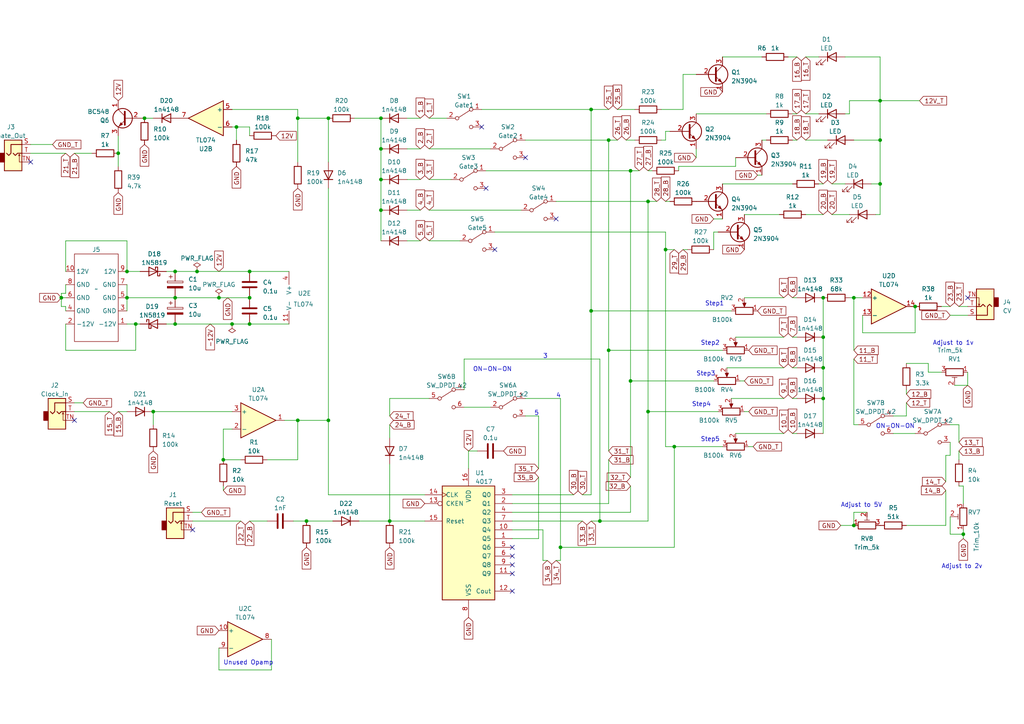
<source format=kicad_sch>
(kicad_sch (version 20230121) (generator eeschema)
  (paper "A4")
  (junction (at 193.04 72.39))
  (junction (at 113.03 151.13))
  (junction (at 67.31 93.98))
  (junction (at 72.39 93.98))
  (junction (at 86.36 34.29))
  (junction (at 39.37 93.98))
  (junction (at 238.76 86.36))
  (junction (at 72.39 86.36))
  (junction (at 72.39 78.74))
  (junction (at 95.25 121.92))
  (junction (at 182.88 110.49))
  (junction (at 265.43 88.9))
  (junction (at 41.91 34.29))
  (junction (at 255.27 29.21))
  (junction (at 173.99 151.13))
  (junction (at 95.25 34.29))
  (junction (at 50.8 78.74))
  (junction (at 34.29 44.45))
  (junction (at 171.45 31.75))
  (junction (at 238.76 115.57))
  (junction (at 162.56 158.75))
  (junction (at 110.49 60.96))
  (junction (at 195.58 129.54))
  (junction (at 238.76 106.68))
  (junction (at 238.76 97.79))
  (junction (at 44.45 119.38))
  (junction (at 50.8 93.98))
  (junction (at 176.53 40.64))
  (junction (at 36.83 86.36))
  (junction (at 255.27 53.34))
  (junction (at 86.36 121.92))
  (junction (at 68.58 36.83))
  (junction (at 279.4 154.94))
  (junction (at 17.78 86.36))
  (junction (at 187.96 58.42))
  (junction (at 110.49 34.29))
  (junction (at 110.49 52.07))
  (junction (at 110.49 43.18))
  (junction (at 176.53 101.6))
  (junction (at 64.77 133.35))
  (junction (at 88.9 151.13))
  (junction (at 50.8 86.36))
  (junction (at 171.45 90.17))
  (junction (at 182.88 49.53))
  (junction (at 187.96 119.38))
  (junction (at 36.83 78.74))
  (junction (at 255.27 40.64))
  (junction (at 247.65 152.4))
  (junction (at 63.5 86.36))
  (junction (at 57.15 78.74))
  (junction (at 247.65 86.36))
  (no_connect (at 280.67 86.36))
  (no_connect (at 148.59 166.37))
  (no_connect (at 8.89 46.99))
  (no_connect (at 21.59 121.92))
  (no_connect (at 143.51 72.39))
  (no_connect (at 148.59 158.75))
  (no_connect (at 55.88 153.67))
  (no_connect (at 148.59 163.83))
  (no_connect (at 152.4 45.72))
  (no_connect (at 148.59 171.45))
  (no_connect (at 140.97 54.61))
  (no_connect (at 139.7 36.83))
  (no_connect (at 161.29 63.5))
  (no_connect (at 148.59 161.29))
  (wire (pts (xy 274.32 132.08) (xy 275.59 132.08)))
  (wire (pts (xy 247.65 86.36) (xy 247.65 101.6)))
  (wire (pts (xy 124.46 60.96) (xy 151.13 60.96)))
  (wire (pts (xy 148.59 146.05) (xy 176.53 146.05)))
  (wire (pts (xy 275.59 128.27) (xy 275.59 132.08)))
  (wire (pts (xy 213.36 48.26) (xy 196.85 48.26)))
  (wire (pts (xy 247.65 123.19) (xy 248.92 123.19)))
  (wire (pts (xy 55.88 148.59) (xy 58.42 148.59)))
  (wire (pts (xy 86.36 31.75) (xy 86.36 34.29)))
  (wire (pts (xy 198.12 31.75) (xy 191.77 31.75)))
  (wire (pts (xy 187.96 119.38) (xy 187.96 151.13)))
  (wire (pts (xy 57.15 78.74) (xy 72.39 78.74)))
  (wire (pts (xy 262.89 113.03) (xy 262.89 114.3)))
  (wire (pts (xy 246.38 29.21) (xy 255.27 29.21)))
  (wire (pts (xy 228.6 16.51) (xy 231.14 16.51)))
  (wire (pts (xy 19.05 78.74) (xy 19.05 69.85)))
  (wire (pts (xy 48.26 78.74) (xy 50.8 78.74)))
  (wire (pts (xy 213.36 125.73) (xy 227.33 125.73)))
  (wire (pts (xy 95.25 121.92) (xy 95.25 143.51)))
  (wire (pts (xy 156.21 120.65) (xy 152.4 120.65)))
  (wire (pts (xy 254 62.23) (xy 255.27 62.23)))
  (wire (pts (xy 187.96 119.38) (xy 208.28 119.38)))
  (wire (pts (xy 162.56 158.75) (xy 195.58 158.75)))
  (wire (pts (xy 209.55 63.5) (xy 207.01 63.5)))
  (wire (pts (xy 171.45 151.13) (xy 173.99 151.13)))
  (wire (pts (xy 194.31 58.42) (xy 193.04 58.42)))
  (wire (pts (xy 176.53 101.6) (xy 176.53 130.81)))
  (wire (pts (xy 168.91 143.51) (xy 171.45 143.51)))
  (wire (pts (xy 72.39 93.98) (xy 83.82 93.98)))
  (wire (pts (xy 278.13 123.19) (xy 278.13 128.27)))
  (wire (pts (xy 36.83 82.55) (xy 36.83 86.36)))
  (wire (pts (xy 173.99 104.14) (xy 173.99 151.13)))
  (wire (pts (xy 102.87 34.29) (xy 110.49 34.29)))
  (wire (pts (xy 156.21 120.65) (xy 156.21 135.89)))
  (wire (pts (xy 124.46 69.85) (xy 133.35 69.85)))
  (wire (pts (xy 280.67 91.44) (xy 275.59 91.44)))
  (wire (pts (xy 213.36 45.72) (xy 213.36 48.26)))
  (wire (pts (xy 195.58 129.54) (xy 193.04 129.54)))
  (wire (pts (xy 50.8 78.74) (xy 57.15 78.74)))
  (wire (pts (xy 118.11 34.29) (xy 121.92 34.29)))
  (wire (pts (xy 220.98 50.8) (xy 219.71 50.8)))
  (wire (pts (xy 40.64 78.74) (xy 36.83 78.74)))
  (wire (pts (xy 17.78 86.36) (xy 17.78 88.9)))
  (wire (pts (xy 247.65 104.14) (xy 247.65 123.19)))
  (wire (pts (xy 17.78 86.36) (xy 19.05 86.36)))
  (wire (pts (xy 124.46 34.29) (xy 129.54 34.29)))
  (wire (pts (xy 217.17 129.54) (xy 218.44 129.54)))
  (wire (pts (xy 274.32 152.4) (xy 262.89 152.4)))
  (wire (pts (xy 193.04 38.1) (xy 194.31 38.1)))
  (wire (pts (xy 19.05 69.85) (xy 36.83 69.85)))
  (wire (pts (xy 195.58 129.54) (xy 209.55 129.54)))
  (wire (pts (xy 247.65 152.4) (xy 247.65 148.59)))
  (wire (pts (xy 181.61 40.64) (xy 184.15 40.64)))
  (wire (pts (xy 182.88 49.53) (xy 185.42 49.53)))
  (wire (pts (xy 134.62 104.14) (xy 173.99 104.14)))
  (wire (pts (xy 44.45 119.38) (xy 44.45 123.19)))
  (wire (pts (xy 124.46 52.07) (xy 130.81 52.07)))
  (wire (pts (xy -33.02 -13.97) (xy -35.56 -13.97)))
  (wire (pts (xy 176.53 40.64) (xy 176.53 101.6)))
  (wire (pts (xy 279.4 154.94) (xy 279.4 153.67)))
  (wire (pts (xy 229.87 97.79) (xy 231.14 97.79)))
  (wire (pts (xy 238.76 106.68) (xy 238.76 115.57)))
  (wire (pts (xy 247.65 148.59) (xy 251.46 148.59)))
  (wire (pts (xy 95.25 34.29) (xy 95.25 46.99)))
  (wire (pts (xy 229.87 115.57) (xy 231.14 115.57)))
  (wire (pts (xy 237.49 53.34) (xy 238.76 53.34)))
  (wire (pts (xy 210.82 106.68) (xy 227.33 106.68)))
  (wire (pts (xy 182.88 110.49) (xy 182.88 138.43)))
  (wire (pts (xy 229.87 33.02) (xy 231.14 33.02)))
  (wire (pts (xy 241.3 62.23) (xy 246.38 62.23)))
  (wire (pts (xy 134.62 118.11) (xy 142.24 118.11)))
  (wire (pts (xy 113.03 134.62) (xy 113.03 151.13)))
  (wire (pts (xy 110.49 52.07) (xy 110.49 60.96)))
  (wire (pts (xy 229.87 125.73) (xy 231.14 125.73)))
  (wire (pts (xy 139.7 31.75) (xy 171.45 31.75)))
  (wire (pts (xy 50.8 93.98) (xy 67.31 93.98)))
  (wire (pts (xy 233.68 16.51) (xy 237.49 16.51)))
  (wire (pts (xy 50.8 86.36) (xy 63.5 86.36)))
  (wire (pts (xy 229.87 40.64) (xy 231.14 40.64)))
  (wire (pts (xy 110.49 43.18) (xy 110.49 52.07)))
  (wire (pts (xy 86.36 34.29) (xy 95.25 34.29)))
  (wire (pts (xy 274.32 132.08) (xy 274.32 139.7)))
  (wire (pts (xy 86.36 121.92) (xy 95.25 121.92)))
  (wire (pts (xy 196.85 48.26) (xy 196.85 49.53)))
  (wire (pts (xy 275.59 123.19) (xy 278.13 123.19)))
  (wire (pts (xy 64.77 124.46) (xy 67.31 124.46)))
  (wire (pts (xy 207.01 67.31) (xy 208.28 67.31)))
  (wire (pts (xy 179.07 31.75) (xy 184.15 31.75)))
  (wire (pts (xy 255.27 40.64) (xy 255.27 53.34)))
  (wire (pts (xy 82.55 121.92) (xy 86.36 121.92)))
  (wire (pts (xy 195.58 129.54) (xy 195.58 158.75)))
  (wire (pts (xy 118.11 60.96) (xy 121.92 60.96)))
  (wire (pts (xy 162.56 115.57) (xy 162.56 158.75)))
  (wire (pts (xy 246.38 29.21) (xy 246.38 33.02)))
  (wire (pts (xy 148.59 148.59) (xy 182.88 148.59)))
  (wire (pts (xy 247.65 86.36) (xy 250.19 86.36)))
  (wire (pts (xy 148.59 156.21) (xy 156.21 156.21)))
  (wire (pts (xy -35.56 -13.97) (xy -35.56 -6.35)))
  (wire (pts (xy 68.58 36.83) (xy 72.39 36.83)))
  (wire (pts (xy 279.4 140.97) (xy 279.4 146.05)))
  (wire (pts (xy 187.96 58.42) (xy 187.96 119.38)))
  (wire (pts (xy 148.59 151.13) (xy 168.91 151.13)))
  (wire (pts (xy 269.24 107.95) (xy 269.24 105.41)))
  (wire (pts (xy 187.96 58.42) (xy 190.5 58.42)))
  (wire (pts (xy 48.26 93.98) (xy 50.8 93.98)))
  (wire (pts (xy 140.97 49.53) (xy 182.88 49.53)))
  (wire (pts (xy 238.76 97.79) (xy 238.76 106.68)))
  (wire (pts (xy 269.24 105.41) (xy 262.89 105.41)))
  (wire (pts (xy 34.29 44.45) (xy 34.29 48.26)))
  (wire (pts (xy 72.39 151.13) (xy 77.47 151.13)))
  (wire (pts (xy 246.38 33.02) (xy 245.11 33.02)))
  (wire (pts (xy 21.59 119.38) (xy 31.75 119.38)))
  (wire (pts (xy 156.21 138.43) (xy 156.21 156.21)))
  (wire (pts (xy 238.76 115.57) (xy 238.76 125.73)))
  (wire (pts (xy 36.83 93.98) (xy 39.37 93.98)))
  (wire (pts (xy 67.31 31.75) (xy 86.36 31.75)))
  (wire (pts (xy 152.4 40.64) (xy 176.53 40.64)))
  (wire (pts (xy 182.88 110.49) (xy 207.01 110.49)))
  (wire (pts (xy 255.27 53.34) (xy 255.27 62.23)))
  (wire (pts (xy 34.29 119.38) (xy 36.83 119.38)))
  (wire (pts (xy 110.49 60.96) (xy 110.49 69.85)))
  (wire (pts (xy 173.99 151.13) (xy 187.96 151.13)))
  (wire (pts (xy 278.13 130.81) (xy 278.13 133.35)))
  (wire (pts (xy 157.48 162.56) (xy 157.48 153.67)))
  (wire (pts (xy 19.05 85.09) (xy 19.05 82.55)))
  (wire (pts (xy 36.83 86.36) (xy 50.8 86.36)))
  (wire (pts (xy 55.88 151.13) (xy 69.85 151.13)))
  (wire (pts (xy 250.19 91.44) (xy 250.19 96.52)))
  (wire (pts (xy 64.77 133.35) (xy 64.77 124.46)))
  (wire (pts (xy 273.05 88.9) (xy 275.59 88.9)))
  (wire (pts (xy 252.73 53.34) (xy 255.27 53.34)))
  (wire (pts (xy 17.78 88.9) (xy 19.05 88.9)))
  (wire (pts (xy 19.05 101.6) (xy 39.37 101.6)))
  (wire (pts (xy 250.19 96.52) (xy 265.43 96.52)))
  (wire (pts (xy 233.68 62.23) (xy 238.76 62.23)))
  (wire (pts (xy 255.27 29.21) (xy 255.27 40.64)))
  (wire (pts (xy -35.56 -6.35) (xy -33.02 -6.35)))
  (wire (pts (xy 222.25 33.02) (xy 201.93 33.02)))
  (wire (pts (xy 265.43 96.52) (xy 265.43 88.9)))
  (wire (pts (xy 161.29 162.56) (xy 162.56 162.56)))
  (wire (pts (xy 113.03 115.57) (xy 124.46 115.57)))
  (wire (pts (xy 247.65 40.64) (xy 255.27 40.64)))
  (wire (pts (xy 135.89 130.81) (xy 135.89 135.89)))
  (wire (pts (xy 63.5 194.31) (xy 78.74 194.31)))
  (wire (pts (xy 275.59 154.94) (xy 279.4 154.94)))
  (wire (pts (xy 215.9 119.38) (xy 217.17 119.38)))
  (wire (pts (xy 162.56 162.56) (xy 162.56 158.75)))
  (wire (pts (xy 39.37 101.6) (xy 39.37 93.98)))
  (wire (pts (xy 193.04 72.39) (xy 193.04 129.54)))
  (wire (pts (xy 243.84 152.4) (xy 247.65 152.4)))
  (wire (pts (xy 182.88 49.53) (xy 182.88 110.49)))
  (wire (pts (xy 36.83 86.36) (xy 36.83 90.17)))
  (wire (pts (xy 209.55 16.51) (xy 220.98 16.51)))
  (wire (pts (xy 193.04 72.39) (xy 195.58 72.39)))
  (wire (pts (xy 113.03 115.57) (xy 113.03 120.65)))
  (wire (pts (xy 245.11 16.51) (xy 255.27 16.51)))
  (wire (pts (xy 113.03 151.13) (xy 123.19 151.13)))
  (wire (pts (xy 220.98 40.64) (xy 222.25 40.64)))
  (wire (pts (xy 72.39 78.74) (xy 83.82 78.74)))
  (wire (pts (xy 85.09 151.13) (xy 88.9 151.13)))
  (wire (pts (xy 118.11 52.07) (xy 121.92 52.07)))
  (wire (pts (xy 262.89 116.84) (xy 262.89 120.65)))
  (wire (pts (xy 157.48 162.56) (xy 158.75 162.56)))
  (wire (pts (xy 68.58 36.83) (xy 68.58 40.64)))
  (wire (pts (xy 19.05 93.98) (xy 19.05 101.6)))
  (wire (pts (xy 19.05 88.9) (xy 19.05 90.17)))
  (wire (pts (xy 64.77 133.35) (xy 69.85 133.35)))
  (wire (pts (xy 275.59 149.86) (xy 275.59 154.94)))
  (wire (pts (xy 279.4 156.21) (xy 279.4 154.94)))
  (wire (pts (xy 193.04 40.64) (xy 191.77 40.64)))
  (wire (pts (xy 198.12 72.39) (xy 199.39 72.39)))
  (wire (pts (xy 86.36 46.99) (xy 86.36 34.29)))
  (wire (pts (xy 118.11 69.85) (xy 121.92 69.85)))
  (wire (pts (xy 63.5 187.96) (xy 63.5 194.31)))
  (wire (pts (xy 21.59 116.84) (xy 24.13 116.84)))
  (wire (pts (xy 152.4 115.57) (xy 162.56 115.57)))
  (wire (pts (xy 212.09 115.57) (xy 227.33 115.57)))
  (wire (pts (xy 259.08 125.73) (xy 265.43 125.73)))
  (wire (pts (xy 67.31 36.83) (xy 68.58 36.83)))
  (wire (pts (xy 148.59 153.67) (xy 157.48 153.67)))
  (wire (pts (xy 67.31 93.98) (xy 72.39 93.98)))
  (wire (pts (xy 171.45 90.17) (xy 171.45 143.51)))
  (wire (pts (xy 233.68 33.02) (xy 237.49 33.02)))
  (wire (pts (xy 255.27 16.51) (xy 255.27 29.21)))
  (wire (pts (xy 124.46 43.18) (xy 142.24 43.18)))
  (wire (pts (xy 246.38 86.36) (xy 247.65 86.36)))
  (wire (pts (xy 21.59 44.45) (xy 26.67 44.45)))
  (wire (pts (xy 193.04 67.31) (xy 193.04 72.39)))
  (wire (pts (xy 78.74 194.31) (xy 78.74 185.42)))
  (wire (pts (xy 176.53 133.35) (xy 176.53 146.05)))
  (wire (pts (xy 148.59 143.51) (xy 166.37 143.51)))
  (wire (pts (xy 44.45 119.38) (xy 67.31 119.38)))
  (wire (pts (xy 207.01 72.39) (xy 207.01 67.31)))
  (wire (pts (xy 215.9 86.36) (xy 227.33 86.36)))
  (wire (pts (xy 229.87 106.68) (xy 231.14 106.68)))
  (wire (pts (xy 135.89 130.81) (xy 138.43 130.81)))
  (wire (pts (xy 161.29 58.42) (xy 187.96 58.42)))
  (wire (pts (xy 241.3 53.34) (xy 245.11 53.34)))
  (wire (pts (xy 17.78 85.09) (xy 17.78 86.36)))
  (wire (pts (xy 104.14 151.13) (xy 113.03 151.13)))
  (wire (pts (xy 176.53 40.64) (xy 179.07 40.64)))
  (wire (pts (xy 64.77 140.97) (xy 64.77 142.24)))
  (wire (pts (xy 171.45 90.17) (xy 212.09 90.17)))
  (wire (pts (xy 118.11 43.18) (xy 121.92 43.18)))
  (wire (pts (xy 209.55 53.34) (xy 229.87 53.34)))
  (wire (pts (xy 213.36 97.79) (xy 227.33 97.79)))
  (wire (pts (xy 143.51 67.31) (xy 193.04 67.31)))
  (wire (pts (xy 280.67 111.76) (xy 280.67 107.95)))
  (wire (pts (xy 110.49 34.29) (xy 110.49 43.18)))
  (wire (pts (xy 229.87 86.36) (xy 231.14 86.36)))
  (wire (pts (xy 214.63 110.49) (xy 215.9 110.49)))
  (wire (pts (xy 171.45 31.75) (xy 176.53 31.75)))
  (wire (pts (xy 95.25 54.61) (xy 95.25 121.92)))
  (wire (pts (xy 88.9 151.13) (xy 96.52 151.13)))
  (wire (pts (xy 274.32 142.24) (xy 274.32 152.4)))
  (wire (pts (xy 233.68 40.64) (xy 240.03 40.64)))
  (wire (pts (xy 201.93 43.18) (xy 201.93 45.72)))
  (wire (pts (xy 123.19 143.51) (xy 95.25 143.51)))
  (wire (pts (xy 215.9 62.23) (xy 226.06 62.23)))
  (wire (pts (xy 134.62 113.03) (xy 134.62 104.14)))
  (wire (pts (xy 36.83 69.85) (xy 36.83 78.74)))
  (wire (pts (xy 63.5 86.36) (xy 72.39 86.36)))
  (wire (pts (xy 72.39 36.83) (xy 72.39 39.37)))
  (wire (pts (xy 41.91 34.29) (xy 44.45 34.29)))
  (wire (pts (xy 8.89 44.45) (xy 19.05 44.45)))
  (wire (pts (xy 255.27 29.21) (xy 266.7 29.21)))
  (wire (pts (xy 198.12 21.59) (xy 198.12 31.75)))
  (wire (pts (xy 86.36 133.35) (xy 86.36 121.92)))
  (wire (pts (xy 176.53 101.6) (xy 209.55 101.6)))
  (wire (pts (xy 193.04 38.1) (xy 193.04 40.64)))
  (wire (pts (xy 279.4 140.97) (xy 278.13 140.97)))
  (wire (pts (xy 259.08 120.65) (xy 262.89 120.65)))
  (wire (pts (xy 269.24 107.95) (xy 273.05 107.95)))
  (wire (pts (xy 17.78 85.09) (xy 19.05 85.09)))
  (wire (pts (xy 113.03 123.19) (xy 113.03 127)))
  (wire (pts (xy 278.13 88.9) (xy 280.67 88.9)))
  (wire (pts (xy 182.88 140.97) (xy 182.88 148.59)))
  (wire (pts (xy 171.45 31.75) (xy 171.45 90.17)))
  (wire (pts (xy 8.89 41.91) (xy 15.24 41.91)))
  (wire (pts (xy 238.76 86.36) (xy 238.76 97.79)))
  (wire (pts (xy 201.93 21.59) (xy 198.12 21.59)))
  (wire (pts (xy 77.47 133.35) (xy 86.36 133.35)))
  (wire (pts (xy 276.86 111.76) (xy 280.67 111.76)))
  (wire (pts (xy 39.37 93.98) (xy 40.64 93.98)))
  (wire (pts (xy 187.96 49.53) (xy 189.23 49.53)))
  (wire (pts (xy 34.29 39.37) (xy 34.29 44.45)))
  (text "Unused Opamp" (at 64.77 193.04 0) (effects (font (size 1.27 1.27)) (justify left bottom)))
  (text "3" (at 157.48 104.14 0) (effects (font (size 1.27 1.27)) (justify left bottom)))
  (text "Adjust to 5V\n" (at 243.84 147.32 0) (effects (font (size 1.27 1.27)) (justify left bottom)))
  (text "Step5" (at 203.2 128.27 0) (effects (font (size 1.27 1.27)) (justify left bottom)))
  (text "ON-ON-ON" (at 254 124.46 0) (effects (font (size 1.27 1.27)) (justify left bottom)))
  (text "Adjust to 2v" (at 273.05 165.1 0) (effects (font (size 1.27 1.27)) (justify left bottom)))
  (text "Step2\n" (at 203.2 100.33 0) (effects (font (size 1.27 1.27)) (justify left bottom)))
  (text "Step1" (at 204.47 88.9 0) (effects (font (size 1.27 1.27)) (justify left bottom)))
  (text "Step3" (at 201.93 109.22 0) (effects (font (size 1.27 1.27)) (justify left bottom)))
  (text "ON-ON-ON" (at 137.16 107.95 0) (effects (font (size 1.27 1.27)) (justify left bottom)))
  (text "5\n" (at 154.94 120.65 0) (effects (font (size 1.27 1.27)) (justify left bottom)))
  (text "Adjust to 1v" (at 270.51 100.33 0) (effects (font (size 1.27 1.27)) (justify left bottom)))
  (text "Step4" (at 200.66 118.11 0) (effects (font (size 1.27 1.27)) (justify left bottom)))
  (text "4" (at 161.29 115.57 0) (effects (font (size 1.27 1.27)) (justify left bottom)))
  (global_label "32_B" (shape input) (at -62.23 100.33 180) (property "Intersheetrefs" "${INTERSHEET_REFS}" (effects hide)))
  (global_label "GND" (shape input) (at 68.58 48.26 270) (property "Intersheetrefs" "${INTERSHEET_REFS}" (effects hide)))
  (global_label "6_B" (shape input) (at 229.87 86.36 90) (property "Intersheetrefs" "${INTERSHEET_REFS}" (effects hide)))
  (global_label "22_T" (shape input) (at 69.85 151.13 270) (property "Intersheetrefs" "${INTERSHEET_REFS}" (effects hide)))
  (global_label "1_T" (shape input) (at 124.46 34.29 90) (property "Intersheetrefs" "${INTERSHEET_REFS}" (effects hide)))
  (global_label "GND" (shape input) (at -60.96 149.86 180) (property "Intersheetrefs" "${INTERSHEET_REFS}" (effects hide)))
  (global_label "12_T" (shape input) (at -81.28 50.8 0) (property "Intersheetrefs" "${INTERSHEET_REFS}" (effects hide)))
  (global_label "GND_T" (shape input) (at 58.42 148.59 0) (property "Intersheetrefs" "${INTERSHEET_REFS}" (effects hide)) (property "Netclass" "GND" (effects hide)))
  (global_label "2_T" (shape input) (at -81.28 36.83 0) (property "Intersheetrefs" "${INTERSHEET_REFS}" (effects hide)))
  (global_label "17_T" (shape input) (at -80.01 134.62 0) (property "Intersheetrefs" "${INTERSHEET_REFS}" (effects hide)))
  (global_label "13_T" (shape input) (at -81.28 53.34 0) (property "Intersheetrefs" "${INTERSHEET_REFS}" (effects hide)))
  (global_label "29_B" (shape input) (at -62.23 107.95 180) (property "Intersheetrefs" "${INTERSHEET_REFS}" (effects hide)))
  (global_label "GND" (shape input) (at -60.96 152.4 180) (property "Intersheetrefs" "${INTERSHEET_REFS}" (effects hide)))
  (global_label "GND_T" (shape input) (at 219.71 90.17 0) (property "Intersheetrefs" "${INTERSHEET_REFS}" (effects hide)))
  (global_label "7_B" (shape input) (at -62.23 24.13 180) (property "Intersheetrefs" "${INTERSHEET_REFS}" (effects hide)))
  (global_label "30_T" (shape input) (at 168.91 143.51 90) (property "Intersheetrefs" "${INTERSHEET_REFS}" (effects hide)))
  (global_label "31_T" (shape input) (at 176.53 130.81 0) (property "Intersheetrefs" "${INTERSHEET_REFS}" (effects hide)))
  (global_label "31_T" (shape input) (at -81.28 97.79 0) (property "Intersheetrefs" "${INTERSHEET_REFS}" (effects hide)))
  (global_label "GND" (shape input) (at -60.96 142.24 180) (property "Intersheetrefs" "${INTERSHEET_REFS}" (effects hide)))
  (global_label "11_T" (shape input) (at -81.28 58.42 0) (property "Intersheetrefs" "${INTERSHEET_REFS}" (effects hide)))
  (global_label "21_T" (shape input) (at 19.05 44.45 270) (property "Intersheetrefs" "${INTERSHEET_REFS}" (effects hide)))
  (global_label "18_T" (shape input) (at 233.68 40.64 90) (property "Intersheetrefs" "${INTERSHEET_REFS}" (effects hide)))
  (global_label "29_T" (shape input) (at -81.28 107.95 0) (property "Intersheetrefs" "${INTERSHEET_REFS}" (effects hide)))
  (global_label "30_B" (shape input) (at 166.37 143.51 90) (property "Intersheetrefs" "${INTERSHEET_REFS}" (effects hide)))
  (global_label "33_T" (shape input) (at 171.45 151.13 270) (property "Intersheetrefs" "${INTERSHEET_REFS}" (effects hide)))
  (global_label "18_B" (shape input) (at 231.14 40.64 90) (property "Intersheetrefs" "${INTERSHEET_REFS}" (effects hide)))
  (global_label "GND" (shape input) (at -60.96 144.78 180) (property "Intersheetrefs" "${INTERSHEET_REFS}" (effects hide)))
  (global_label "14_B" (shape input) (at -62.23 55.88 180) (property "Intersheetrefs" "${INTERSHEET_REFS}" (effects hide)))
  (global_label "GND_T" (shape input) (at -80.01 144.78 0) (property "Intersheetrefs" "${INTERSHEET_REFS}" (effects hide)))
  (global_label "21_B" (shape input) (at -60.96 139.7 180) (property "Intersheetrefs" "${INTERSHEET_REFS}" (effects hide)))
  (global_label "22_T" (shape input) (at -81.28 63.5 0) (property "Intersheetrefs" "${INTERSHEET_REFS}" (effects hide)))
  (global_label "20_T" (shape input) (at 241.3 62.23 90) (property "Intersheetrefs" "${INTERSHEET_REFS}" (effects hide)))
  (global_label "4_T" (shape input) (at 124.46 60.96 90) (property "Intersheetrefs" "${INTERSHEET_REFS}" (effects hide)))
  (global_label "22_B" (shape input) (at 72.39 151.13 270) (property "Intersheetrefs" "${INTERSHEET_REFS}" (effects hide)))
  (global_label "GND_T" (shape input) (at 217.17 101.6 0) (property "Intersheetrefs" "${INTERSHEET_REFS}" (effects hide)))
  (global_label "12V" (shape input) (at 63.5 78.74 90) (property "Intersheetrefs" "${INTERSHEET_REFS}" (effects hide)) (property "Netclass" "Power" (effects hide)))
  (global_label "14_T" (shape input) (at 274.32 139.7 180) (property "Intersheetrefs" "${INTERSHEET_REFS}" (effects hide)))
  (global_label "5_B" (shape input) (at 121.92 69.85 90) (property "Intersheetrefs" "${INTERSHEET_REFS}" (effects hide)))
  (global_label "17_B" (shape input) (at -60.96 134.62 180) (property "Intersheetrefs" "${INTERSHEET_REFS}" (effects hide)))
  (global_label "28_T" (shape input) (at -81.28 73.66 0) (property "Intersheetrefs" "${INTERSHEET_REFS}" (effects hide)))
  (global_label "10_T" (shape input) (at -81.28 16.51 0) (property "Intersheetrefs" "${INTERSHEET_REFS}" (effects hide)))
  (global_label "2_T" (shape input) (at 124.46 43.18 90) (property "Intersheetrefs" "${INTERSHEET_REFS}" (effects hide)))
  (global_label "GND" (shape input) (at 243.84 152.4 180) (property "Intersheetrefs" "${INTERSHEET_REFS}" (effects hide)))
  (global_label "17_B" (shape input) (at 231.14 33.02 90) (property "Intersheetrefs" "${INTERSHEET_REFS}" (effects hide)))
  (global_label "12V_T" (shape input) (at 266.7 29.21 0) (property "Intersheetrefs" "${INTERSHEET_REFS}" (effects hide)))
  (global_label "GND_T" (shape input) (at 24.13 116.84 0) (property "Intersheetrefs" "${INTERSHEET_REFS}" (effects hide)))
  (global_label "GND" (shape input) (at 280.67 111.76 270) (property "Intersheetrefs" "${INTERSHEET_REFS}" (effects hide)))
  (global_label "21_B" (shape input) (at 21.59 44.45 270) (property "Intersheetrefs" "${INTERSHEET_REFS}" (effects hide)))
  (global_label "19_B" (shape input) (at -60.96 129.54 180) (property "Intersheetrefs" "${INTERSHEET_REFS}" (effects hide)))
  (global_label "8_B" (shape input) (at -62.23 21.59 180) (property "Intersheetrefs" "${INTERSHEET_REFS}" (effects hide)))
  (global_label "16_T" (shape input) (at -80.01 137.16 0) (property "Intersheetrefs" "${INTERSHEET_REFS}" (effects hide)))
  (global_label "25_T" (shape input) (at 176.53 31.75 90) (property "Intersheetrefs" "${INTERSHEET_REFS}" (effects hide)))
  (global_label "11_B" (shape input) (at -62.23 58.42 180) (property "Intersheetrefs" "${INTERSHEET_REFS}" (effects hide)))
  (global_label "GND_T" (shape input) (at -80.01 152.4 0) (property "Intersheetrefs" "${INTERSHEET_REFS}" (effects hide)))
  (global_label "13_B" (shape input) (at -62.23 53.34 180) (property "Intersheetrefs" "${INTERSHEET_REFS}" (effects hide)))
  (global_label "33_B" (shape input) (at 168.91 151.13 270) (property "Intersheetrefs" "${INTERSHEET_REFS}" (effects hide)))
  (global_label "32_B" (shape input) (at 182.88 140.97 180) (property "Intersheetrefs" "${INTERSHEET_REFS}" (effects hide)))
  (global_label "GND" (shape input) (at 88.9 158.75 270) (property "Intersheetrefs" "${INTERSHEET_REFS}" (effects hide)))
  (global_label "4_B" (shape input) (at -62.23 31.75 180) (property "Intersheetrefs" "${INTERSHEET_REFS}" (effects hide)))
  (global_label "GND" (shape input) (at 86.36 54.61 270) (property "Intersheetrefs" "${INTERSHEET_REFS}" (effects hide)))
  (global_label "GND" (shape input) (at 123.19 146.05 180) (property "Intersheetrefs" "${INTERSHEET_REFS}" (effects hide)))
  (global_label "8_B" (shape input) (at 229.87 106.68 90) (property "Intersheetrefs" "${INTERSHEET_REFS}" (effects hide)))
  (global_label "31_B" (shape input) (at 176.53 133.35 0) (property "Intersheetrefs" "${INTERSHEET_REFS}" (effects hide)))
  (global_label "8_T" (shape input) (at -81.28 21.59 0) (property "Intersheetrefs" "${INTERSHEET_REFS}" (effects hide)))
  (global_label "GND" (shape input) (at 63.5 182.88 180) (property "Intersheetrefs" "${INTERSHEET_REFS}" (effects hide)))
  (global_label "24_B" (shape input) (at -62.23 87.63 180) (property "Intersheetrefs" "${INTERSHEET_REFS}" (effects hide)))
  (global_label "GND" (shape input) (at 146.05 130.81 0) (property "Intersheetrefs" "${INTERSHEET_REFS}" (effects hide)))
  (global_label "7_B" (shape input) (at 229.87 97.79 90) (property "Intersheetrefs" "${INTERSHEET_REFS}" (effects hide)))
  (global_label "GND" (shape input) (at -60.96 154.94 180) (property "Intersheetrefs" "${INTERSHEET_REFS}" (effects hide)))
  (global_label "33_T" (shape input) (at -81.28 102.87 0) (property "Intersheetrefs" "${INTERSHEET_REFS}" (effects hide)))
  (global_label "23_T" (shape input) (at -81.28 85.09 0) (property "Intersheetrefs" "${INTERSHEET_REFS}" (effects hide)))
  (global_label "6_T" (shape input) (at 227.33 86.36 90) (property "Intersheetrefs" "${INTERSHEET_REFS}" (effects hide)))
  (global_label "32_T" (shape input) (at -81.28 100.33 0) (property "Intersheetrefs" "${INTERSHEET_REFS}" (effects hide)))
  (global_label "9_T" (shape input) (at -81.28 19.05 0) (property "Intersheetrefs" "${INTERSHEET_REFS}" (effects hide)))
  (global_label "20_T" (shape input) (at -80.01 127 0) (property "Intersheetrefs" "${INTERSHEET_REFS}" (effects hide)))
  (global_label "15_T" (shape input) (at -81.28 60.96 0) (property "Intersheetrefs" "${INTERSHEET_REFS}" (effects hide)))
  (global_label "-12V" (shape input) (at 60.96 93.98 270) (property "Intersheetrefs" "${INTERSHEET_REFS}" (effects hide)) (property "Netclass" "Power" (effects hide)))
  (global_label "7_T" (shape input) (at 227.33 97.79 90) (property "Intersheetrefs" "${INTERSHEET_REFS}" (effects hide)))
  (global_label "GND" (shape input) (at 41.91 41.91 270) (property "Intersheetrefs" "${INTERSHEET_REFS}" (effects hide)))
  (global_label "26_B" (shape input) (at 181.61 40.64 90) (property "Intersheetrefs" "${INTERSHEET_REFS}" (effects hide)))
  (global_label "11_T" (shape input) (at 247.65 104.14 0) (property "Intersheetrefs" "${INTERSHEET_REFS}" (effects hide)))
  (global_label "GND_T" (shape input) (at -80.01 149.86 0) (property "Intersheetrefs" "${INTERSHEET_REFS}" (effects hide)))
  (global_label "GND_T" (shape input) (at 217.17 119.38 0) (property "Intersheetrefs" "${INTERSHEET_REFS}" (effects hide)))
  (global_label "1_B" (shape input) (at 121.92 34.29 90) (property "Intersheetrefs" "${INTERSHEET_REFS}" (effects hide)))
  (global_label "34_B" (shape input) (at -62.23 105.41 180) (property "Intersheetrefs" "${INTERSHEET_REFS}" (effects hide)))
  (global_label "GND" (shape input) (at 17.78 86.36 180) (property "Intersheetrefs" "${INTERSHEET_REFS}" (effects hide)) (property "Netclass" "GND" (effects hide)))
  (global_label "21_T" (shape input) (at -80.01 139.7 0) (property "Intersheetrefs" "${INTERSHEET_REFS}" (effects hide)))
  (global_label "4_B" (shape input) (at 121.92 60.96 90) (property "Intersheetrefs" "${INTERSHEET_REFS}" (effects hide)))
  (global_label "GND" (shape input) (at -60.96 147.32 180) (property "Intersheetrefs" "${INTERSHEET_REFS}" (effects hide)))
  (global_label "GND" (shape input) (at 207.01 63.5 180) (property "Intersheetrefs" "${INTERSHEET_REFS}" (effects hide)))
  (global_label "9_B" (shape input) (at 229.87 115.57 90) (property "Intersheetrefs" "${INTERSHEET_REFS}" (effects hide)))
  (global_label "GND_T" (shape input) (at 15.24 41.91 0) (property "Intersheetrefs" "${INTERSHEET_REFS}" (effects hide)))
  (global_label "23_B" (shape input) (at -62.23 85.09 180) (property "Intersheetrefs" "${INTERSHEET_REFS}" (effects hide)))
  (global_label "GND_T" (shape input) (at 275.59 91.44 180) (property "Intersheetrefs" "${INTERSHEET_REFS}" (effects hide)))
  (global_label "19_T" (shape input) (at -80.01 129.54 0) (property "Intersheetrefs" "${INTERSHEET_REFS}" (effects hide)))
  (global_label "8_T" (shape input) (at 227.33 106.68 90) (property "Intersheetrefs" "${INTERSHEET_REFS}" (effects hide)))
  (global_label "27_T" (shape input) (at -81.28 71.12 0) (property "Intersheetrefs" "${INTERSHEET_REFS}" (effects hide)))
  (global_label "13_T" (shape input) (at 278.13 128.27 0) (property "Intersheetrefs" "${INTERSHEET_REFS}" (effects hide)))
  (global_label "18_T" (shape input) (at -80.01 132.08 0) (property "Intersheetrefs" "${INTERSHEET_REFS}" (effects hide)))
  (global_label "30_T" (shape input) (at -81.28 95.25 0) (property "Intersheetrefs" "${INTERSHEET_REFS}" (effects hide)))
  (global_label "14_B" (shape input) (at 274.32 142.24 180) (property "Intersheetrefs" "${INTERSHEET_REFS}" (effects hide)))
  (global_label "35_B" (shape input) (at -62.23 92.71 180) (property "Intersheetrefs" "${INTERSHEET_REFS}" (effects hide)))
  (global_label "GND" (shape input) (at 64.77 142.24 0) (property "Intersheetrefs" "${INTERSHEET_REFS}" (effects hide)))
  (global_label "GND" (shape input) (at 44.45 130.81 270) (property "Intersheetrefs" "${INTERSHEET_REFS}" (effects hide)) (property "Netclass" "GND" (effects hide)))
  (global_label "12V_T" (shape input) (at -81.28 90.17 0) (property "Intersheetrefs" "${INTERSHEET_REFS}" (effects hide)) (property "Netclass" "Power" (effects hide)))
  (global_label "3_B" (shape input) (at -62.23 34.29 180) (property "Intersheetrefs" "${INTERSHEET_REFS}" (effects hide)))
  (global_label "GND" (shape input) (at -60.96 160.02 180) (property "Intersheetrefs" "${INTERSHEET_REFS}" (effects hide)))
  (global_label "GND" (shape input) (at 66.04 86.36 270) (property "Intersheetrefs" "${INTERSHEET_REFS}" (effects hide)))
  (global_label "GND_T" (shape input) (at -80.01 142.24 0) (property "Intersheetrefs" "${INTERSHEET_REFS}" (effects hide)))
  (global_label "GND" (shape input) (at 219.71 50.8 180) (property "Intersheetrefs" "${INTERSHEET_REFS}" (effects hide)))
  (global_label "16_B" (shape input) (at -60.96 137.16 180) (property "Intersheetrefs" "${INTERSHEET_REFS}" (effects hide)))
  (global_label "35_B" (shape input) (at 156.21 138.43 180) (property "Intersheetrefs" "${INTERSHEET_REFS}" (effects hide)))
  (global_label "12V" (shape input) (at 135.89 130.81 90) (property "Intersheetrefs" "${INTERSHEET_REFS}" (effects hide)))
  (global_label "GND" (shape input) (at 113.03 158.75 270) (property "Intersheetrefs" "${INTERSHEET_REFS}" (effects hide)))
  (global_label "GND" (shape input) (at 34.29 55.88 270) (property "Intersheetrefs" "${INTERSHEET_REFS}" (effects hide)))
  (global_label "17_T" (shape input) (at 233.68 33.02 90) (property "Intersheetrefs" "${INTERSHEET_REFS}" (effects hide)))
  (global_label "19_B" (shape input) (at 238.76 53.34 90) (property "Intersheetrefs" "${INTERSHEET_REFS}" (effects hide)))
  (global_label "29_T" (shape input) (at 195.58 72.39 270) (property "Intersheetrefs" "${INTERSHEET_REFS}" (effects hide)))
  (global_label "24_T" (shape input) (at 113.03 120.65 0) (property "Intersheetrefs" "${INTERSHEET_REFS}" (effects hide)))
  (global_label "3_T" (shape input) (at -81.28 34.29 0) (property "Intersheetrefs" "${INTERSHEET_REFS}" (effects hide)))
  (global_label "15_B" (shape input) (at -62.23 60.96 180) (property "Intersheetrefs" "${INTERSHEET_REFS}" (effects hide)))
  (global_label "20_B" (shape input) (at 238.76 62.23 90) (property "Intersheetrefs" "${INTERSHEET_REFS}" (effects hide)))
  (global_label "5_B" (shape input) (at -62.23 29.21 180) (property "Intersheetrefs" "${INTERSHEET_REFS}" (effects hide)))
  (global_label "27_T" (shape input) (at 185.42 49.53 90) (property "Intersheetrefs" "${INTERSHEET_REFS}" (effects hide)))
  (global_label "25_B" (shape input) (at -62.23 68.58 180) (property "Intersheetrefs" "${INTERSHEET_REFS}" (effects hide)))
  (global_label "25_B" (shape input) (at 179.07 31.75 90) (property "Intersheetrefs" "${INTERSHEET_REFS}" (effects hide)))
  (global_label "13_B" (shape input) (at 278.13 130.81 0) (property "Intersheetrefs" "${INTERSHEET_REFS}" (effects hide)))
  (global_label "2_B" (shape input) (at 121.92 43.18 90) (property "Intersheetrefs" "${INTERSHEET_REFS}" (effects hide)))
  (global_label "29_B" (shape input) (at 198.12 72.39 270) (property "Intersheetrefs" "${INTERSHEET_REFS}" (effects hide)))
  (global_label "GND_T" (shape input) (at 218.44 129.54 0) (property "Intersheetrefs" "${INTERSHEET_REFS}" (effects hide)))
  (global_label "3_T" (shape input) (at 124.46 52.07 90) (property "Intersheetrefs" "${INTERSHEET_REFS}" (effects hide)))
  (global_label "GND" (shape input) (at 135.89 179.07 270) (property "Intersheetrefs" "${INTERSHEET_REFS}" (effects hide)))
  (global_label "32_T" (shape input) (at 182.88 138.43 180) (property "Intersheetrefs" "${INTERSHEET_REFS}" (effects hide)))
  (global_label "1_T" (shape input) (at -81.28 39.37 0) (property "Intersheetrefs" "${INTERSHEET_REFS}" (effects hide)))
  (global_label "5_T" (shape input) (at 124.46 69.85 90) (property "Intersheetrefs" "${INTERSHEET_REFS}" (effects hide)))
  (global_label "23_T" (shape input) (at 278.13 88.9 90) (property "Intersheetrefs" "${INTERSHEET_REFS}" (effects hide)))
  (global_label "12_B" (shape input) (at -62.23 50.8 180) (property "Intersheetrefs" "${INTERSHEET_REFS}" (effects hide)))
  (global_label "31_B" (shape input) (at -62.23 97.79 180) (property "Intersheetrefs" "${INTERSHEET_REFS}" (effects hide)))
  (global_label "GND_T" (shape input) (at -80.01 157.48 0) (property "Intersheetrefs" "${INTERSHEET_REFS}" (effects hide)))
  (global_label "34_T" (shape input) (at 161.29 162.56 270) (property "Intersheetrefs" "${INTERSHEET_REFS}" (effects hide)))
  (global_label "16_B" (shape input) (at 231.14 16.51 270) (property "Intersheetrefs" "${INTERSHEET_REFS}" (effects hide)))
  (global_label "34_B" (shape input) (at 158.75 162.56 270) (property "Intersheetrefs" "${INTERSHEET_REFS}" (effects hide)))
  (global_label "18_B" (shape input) (at -60.96 132.08 180) (property "Intersheetrefs" "${INTERSHEET_REFS}" (effects hide)))
  (global_label "14_T" (shape input) (at -81.28 55.88 0) (property "Intersheetrefs" "${INTERSHEET_REFS}" (effects hide)))
  (global_label "GND" (shape input) (at 201.93 45.72 180) (property "Intersheetrefs" "${INTERSHEET_REFS}" (effects hide)))
  (global_label "28_B" (shape input) (at 193.04 58.42 90) (property "Intersheetrefs" "${INTERSHEET_REFS}" (effects hide)))
  (global_label "9_T" (shape input) (at 227.33 115.57 90) (property "Intersheetrefs" "${INTERSHEET_REFS}" (effects hide)))
  (global_label "27_B" (shape input) (at 187.96 49.53 90) (property "Intersheetrefs" "${INTERSHEET_REFS}" (effects hide)))
  (global_label "12V" (shape input) (at 34.29 29.21 90) (property "Intersheetrefs" "${INTERSHEET_REFS}" (effects hide)))
  (global_label "GND" (shape input) (at 215.9 72.39 180) (property "Intersheetrefs" "${INTERSHEET_REFS}" (effects hide)))
  (global_label "GND_T" (shape input) (at -80.01 160.02 0) (property "Intersheetrefs" "${INTERSHEET_REFS}" (effects hide)))
  (global_label "33_B" (shape input) (at -62.23 102.87 180) (property "Intersheetrefs" "${INTERSHEET_REFS}" (effects hide)))
  (global_label "2_B" (shape input) (at -62.23 36.83 180) (property "Intersheetrefs" "${INTERSHEET_REFS}" (effects hide)))
  (global_label "16_T" (shape input) (at 233.68 16.51 270) (property "Intersheetrefs" "${INTERSHEET_REFS}" (effects hide)))
  (global_label "GND" (shape input) (at 279.4 156.21 270) (property "Intersheetrefs" "${INTERSHEET_REFS}" (effects hide)))
  (global_label "15_B" (shape input) (at 34.29 119.38 270) (property "Intersheetrefs" "${INTERSHEET_REFS}" (effects hide)))
  (global_label "30_B" (shape input) (at -62.23 95.25 180) (property "Intersheetrefs" "${INTERSHEET_REFS}" (effects hide)))
  (global_label "4_T" (shape input) (at -81.28 31.75 0) (property "Intersheetrefs" "${INTERSHEET_REFS}" (effects hide)))
  (global_label "11_B" (shape input) (at 247.65 101.6 0) (property "Intersheetrefs" "${INTERSHEET_REFS}" (effects hide)))
  (global_label "23_B" (shape input) (at 275.59 88.9 90) (property "Intersheetrefs" "${INTERSHEET_REFS}" (effects hide)))
  (global_label "10_T" (shape input) (at 227.33 125.73 90) (property "Intersheetrefs" "${INTERSHEET_REFS}" (effects hide)))
  (global_label "26_T" (shape input) (at 179.07 40.64 90) (property "Intersheetrefs" "${INTERSHEET_REFS}" (effects hide)))
  (global_label "12V" (shape input) (at 80.01 39.37 0) (property "Intersheetrefs" "${INTERSHEET_REFS}" (effects hide)))
  (global_label "GND_T" (shape input) (at 215.9 110.49 0) (property "Intersheetrefs" "${INTERSHEET_REFS}" (effects hide)))
  (global_label "19_T" (shape input) (at 241.3 53.34 90) (property "Intersheetrefs" "${INTERSHEET_REFS}" (effects hide)))
  (global_label "35_T" (shape input) (at 156.21 135.89 180) (property "Intersheetrefs" "${INTERSHEET_REFS}" (effects hide)))
  (global_label "15_T" (shape input) (at 31.75 119.38 270) (property "Intersheetrefs" "${INTERSHEET_REFS}" (effects hide)))
  (global_label "34_T" (shape input) (at -81.28 105.41 0) (property "Intersheetrefs" "${INTERSHEET_REFS}" (effects hide)))
  (global_label "5_T" (shape input) (at -81.28 29.21 0) (property "Intersheetrefs" "${INTERSHEET_REFS}" (effects hide)))
  (global_label "27_B" (shape input) (at -62.23 71.12 180) (property "Intersheetrefs" "${INTERSHEET_REFS}" (effects hide)))
  (global_label "6_B" (shape input) (at -62.23 26.67 180) (property "Intersheetrefs" "${INTERSHEET_REFS}" (effects hide)))
  (global_label "24_B" (shape input) (at 113.03 123.19 0) (property "Intersheetrefs" "${INTERSHEET_REFS}" (effects hide)))
  (global_label "3_B" (shape input) (at 121.92 52.07 90) (property "Intersheetrefs" "${INTERSHEET_REFS}" (effects hide)))
  (global_label "12_B" (shape input) (at 262.89 114.3 0) (property "Intersheetrefs" "${INTERSHEET_REFS}" (effects hide)))
  (global_label "25_T" (shape input) (at -81.28 68.58 0) (property "Intersheetrefs" "${INTERSHEET_REFS}" (effects hide)))
  (global_label "9_B" (shape input) (at -62.23 19.05 180) (property "Intersheetrefs" "${INTERSHEET_REFS}" (effects hide)))
  (global_label "GND" (shape input) (at 209.55 26.67 180) (property "Intersheetrefs" "${INTERSHEET_REFS}" (effects hide)))
  (global_label "26_T" (shape input) (at -81.28 66.04 0) (property "Intersheetrefs" "${INTERSHEET_REFS}" (effects hide)))
  (global_label "28_T" (shape input) (at 190.5 58.42 90) (property "Intersheetrefs" "${INTERSHEET_REFS}" (effects hide)))
  (global_label "1_B" (shape input) (at -62.23 39.37 180) (property "Intersheetrefs" "${INTERSHEET_REFS}" (effects hide)))
  (global_label "GND_T" (shape input) (at -80.01 147.32 0) (property "Intersheetrefs" "${INTERSHEET_REFS}" (effects hide)))
  (global_label "6_T" (shape input) (at -81.28 26.67 0) (property "Intersheetrefs" "${INTERSHEET_REFS}" (effects hide)))
  (global_label "12V" (shape input) (at -62.23 90.17 180) (property "Intersheetrefs" "${INTERSHEET_REFS}" (effects hide)))
  (global_label "22_B" (shape input) (at -62.23 63.5 180) (property "Intersheetrefs" "${INTERSHEET_REFS}" (effects hide)))
  (global_label "20_B" (shape input) (at -60.96 127 180) (property "Intersheetrefs" "${INTERSHEET_REFS}" (effects hide)))
  (global_label "7_T" (shape input) (at -81.28 24.13 0) (property "Intersheetrefs" "${INTERSHEET_REFS}" (effects hide)))
  (global_label "28_B" (shape input) (at -62.23 73.66 180) (property "Intersheetrefs" "${INTERSHEET_REFS}" (effects hide)))
  (global_label "10_B" (shape input) (at 229.87 125.73 90) (property "Intersheetrefs" "${INTERSHEET_REFS}" (effects hide)))
  (global_label "GND" (shape input) (at -60.96 157.48 180) (property "Intersheetrefs" "${INTERSHEET_REFS}" (effects hide)))
  (global_label "24_T" (shape input) (at -81.28 87.63 0) (property "Intersheetrefs" "${INTERSHEET_REFS}" (effects hide)))
  (global_label "26_B" (shape input) (at -62.23 66.04 180) (property "Intersheetrefs" "${INTERSHEET_REFS}" (effects hide)))
  (global_label "GND_T" (shape input) (at -80.01 154.94 0) (property "Intersheetrefs" "${INTERSHEET_REFS}" (effects hide)))
  (global_label "10_B" (shape input) (at -62.23 16.51 180) (property "Intersheetrefs" "${INTERSHEET_REFS}" (effects hide)))
  (global_label "35_T" (shape input) (at -81.28 92.71 0) (property "Intersheetrefs" "${INTERSHEET_REFS}" (effects hide)))
  (global_label "12_T" (shape input) (at 262.89 116.84 0) (property "Intersheetrefs" "${INTERSHEET_REFS}" (effects hide)))
  (symbol (lib_id "Device:R") (at -33.02 -10.16 0) (unit 1)
    (property "Reference" "R99" (at -29.21 -10.795 0) (effects (justify left)))
    (property "Value" "0" (at -29.21 -8.255 0) (effects (justify left)))
    (property "Footprint" "Resistor_SMD:R_0201_0603Metric" (effects hide))
  )
  (symbol (lib_id "Transistor_BJT:2N3904") (at 213.36 67.31 0) (unit 1)
    (property "Reference" "Q5" (at 218.44 66.675 0) (effects (justify left)))
    (property "Value" "2N3904" (at 218.44 69.215 0) (effects (justify left)))
    (property "Footprint" "Package_TO_SOT_THT:TO-92_Wide" (effects hide))
    (property "Datasheet" "https://www.onsemi.com/pub/Collateral/2N3903-D.PDF" (effects hide))
  )
  (symbol (lib_id "Device:R") (at 99.06 34.29 90) (unit 1)
    (property "Reference" "R20" (at 99.06 29.21 90))
    (property "Value" "100k" (at 99.06 31.75 90))
    (property "Footprint" "2_BenjiaoFootprints:Resistor_L6.3mm_D2.5mm_P7.62mm_Horizontal" (effects hide))
  )
  (symbol (lib_id "Device:R") (at 233.68 53.34 90) (unit 1)
    (property "Reference" "R11" (at 233.68 48.26 90))
    (property "Value" "1k" (at 233.68 50.8 90))
    (property "Footprint" "2_BenjiaoFootprints:Resistor_L6.3mm_D2.5mm_P7.62mm_Horizontal" (effects hide))
  )
  (symbol (lib_id "Device:R") (at 203.2 72.39 90) (unit 1)
    (property "Reference" "R27" (at 203.2 67.31 90))
    (property "Value" "100k" (at 203.2 69.85 90))
    (property "Footprint" "2_BenjiaoFootprints:Resistor_L6.3mm_D2.5mm_P7.62mm_Horizontal" (effects hide))
  )
  (symbol (lib_id "Device:R") (at 226.06 33.02 90) (unit 1)
    (property "Reference" "R8" (at 226.06 27.94 90))
    (property "Value" "1k" (at 226.06 30.48 90))
    (property "Footprint" "2_BenjiaoFootprints:Resistor_L6.3mm_D2.5mm_P7.62mm_Horizontal" (effects hide))
  )
  (symbol (lib_id "Device:R_Potentiometer_Trim") (at 276.86 107.95 270) (unit 1)
    (property "Reference" "RV1" (at 276.86 104.14 90))
    (property "Value" "Trim_5k" (at 275.59 101.6 90))
    (property "Footprint" "1_SynthFootprints:MultiturnTrimmer" (effects hide))
  )
  (symbol (lib_id "Switch:SW_SPDT") (at 147.32 43.18 0) (unit 1)
    (property "Reference" "SW2" (at 147.32 36.83 0))
    (property "Value" "Gate2" (at 147.32 39.37 0))
    (property "Footprint" "1_SynthFootprints:SPDT_Tayda" (effects hide))
  )
  (symbol (lib_id "Device:D") (at 113.03 130.81 90) (unit 1)
    (property "Reference" "D7" (at 115.57 130.175 90) (effects (justify right)))
    (property "Value" "1n4148" (at 115.57 132.715 90) (effects (justify right)))
    (property "Footprint" "Diode_THT:D_DO-35_SOD27_P7.62mm_Horizontal" (effects hide))
    (property "Sim.Device" "D" (effects hide))
    (property "Sim.Pins" "1=K 2=A" (effects hide))
  )
  (symbol (lib_id "Device:C") (at 81.28 151.13 90) (unit 1)
    (property "Reference" "C2" (at 81.28 144.78 90))
    (property "Value" "1nF" (at 81.28 147.32 90))
    (property "Footprint" "2_BenjiaoFootprints:Capacitor_Disc_D3.8mm_W2.6mm_P2.50mm" (effects hide))
  )
  (symbol (lib_id "Device:LED") (at 250.19 62.23 0) (unit 1)
    (property "Reference" "D5" (at 248.6025 57.15 0))
    (property "Value" "LED" (at 248.6025 59.69 0))
    (property "Footprint" "LED_THT:LED_D3.0mm" (effects hide))
  )
  (symbol (lib_id "Switch:SW_SPDT") (at 156.21 60.96 0) (unit 1)
    (property "Reference" "SW4" (at 156.21 54.61 0))
    (property "Value" "Gate4" (at 156.21 57.15 0))
    (property "Footprint" "1_SynthFootprints:SPDT_Tayda" (effects hide))
  )
  (symbol (lib_id "Amplifier_Operational:TL074") (at 257.81 88.9 0) (unit 4)
    (property "Reference" "U2" (at 257.81 80.01 0))
    (property "Value" "TL074" (at 257.81 82.55 0))
    (property "Footprint" "Package_DIP:DIP-14_W7.62mm_Socket_LongPads" (effects hide))
    (property "Datasheet" "http://www.ti.com/lit/ds/symlink/tl071.pdf" (effects hide))
  )
  (symbol (lib_id "Device:R") (at 187.96 40.64 90) (unit 1)
    (property "Reference" "R24" (at 187.96 35.56 90))
    (property "Value" "100k" (at 187.96 38.1 90))
    (property "Footprint" "2_BenjiaoFootprints:Resistor_L6.3mm_D2.5mm_P7.62mm_Horizontal" (effects hide))
  )
  (symbol (lib_id "Amplifier_Operational:TL074") (at 74.93 121.92 0) (unit 1)
    (property "Reference" "U2" (at 74.93 113.03 0))
    (property "Value" "TL074" (at 74.93 115.57 0))
    (property "Footprint" "Package_DIP:DIP-14_W7.62mm_Socket_LongPads" (effects hide))
    (property "Datasheet" "http://www.ti.com/lit/ds/symlink/tl071.pdf" (effects hide))
  )
  (symbol (lib_id "Device:R") (at 73.66 133.35 90) (unit 1)
    (property "Reference" "R1" (at 73.66 128.27 90))
    (property "Value" "10k" (at 73.66 130.81 90))
    (property "Footprint" "2_BenjiaoFootprints:Resistor_L6.3mm_D2.5mm_P7.62mm_Horizontal" (effects hide))
  )
  (symbol (lib_id "Device:C_Polarized") (at 50.8 90.17 0) (unit 1)
    (property "Reference" "C3" (at 54.61 88.646 0) (effects (justify left)))
    (property "Value" "10u" (at 54.61 91.186 0) (effects (justify left)))
    (property "Footprint" "2_BenjiaoFootprints:Capacitor_Radial_D5.0mm_P2.5mm" (effects hide))
  )
  (symbol (lib_id "Transistor_BJT:2N3904") (at 207.01 21.59 0) (unit 1)
    (property "Reference" "Q1" (at 212.09 20.955 0) (effects (justify left)))
    (property "Value" "2N3904" (at 212.09 23.495 0) (effects (justify left)))
    (property "Footprint" "Package_TO_SOT_THT:TO-92_Wide" (effects hide))
    (property "Datasheet" "https://www.onsemi.com/pub/Collateral/2N3903-D.PDF" (effects hide))
  )
  (symbol (lib_id "power:PWR_FLAG") (at 57.15 78.74 0) (unit 1)
    (property "Reference" "#FLG01" (effects hide))
    (property "Value" "PWR_FLAG" (at 57.15 74.93 0))
  )
  (symbol (lib_id "Device:D") (at 234.95 97.79 180) (unit 1)
    (property "Reference" "D14" (at 234.95 92.71 0))
    (property "Value" "1n4148" (at 234.95 95.25 0))
    (property "Footprint" "Diode_THT:D_DO-35_SOD27_P7.62mm_Horizontal" (effects hide))
    (property "Sim.Device" "D" (effects hide))
    (property "Sim.Pins" "1=K 2=A" (effects hide))
  )
  (symbol (lib_id "Amplifier_Operational:TL074") (at 86.36 86.36 0) (unit 5)
    (property "Reference" "U2" (at 86.36 85.09 0) (effects (justify left)))
    (property "Value" "TL074" (at 85.09 88.265 0) (effects (justify left)))
    (property "Footprint" "Package_DIP:DIP-14_W7.62mm_Socket_LongPads" (effects hide))
    (property "Datasheet" "http://www.ti.com/lit/ds/symlink/tl071.pdf" (effects hide))
  )
  (symbol (lib_id "Device:D") (at 114.3 52.07 0) (unit 1)
    (property "Reference" "D10" (at 114.3 46.99 0))
    (property "Value" "1n4148" (at 114.3 49.53 0))
    (property "Footprint" "Diode_THT:D_DO-35_SOD27_P7.62mm_Horizontal" (effects hide))
    (property "Sim.Device" "D" (effects hide))
    (property "Sim.Pins" "1=K 2=A" (effects hide))
  )
  (symbol (lib_id "Device:R") (at 76.2 39.37 90) (unit 1)
    (property "Reference" "R18" (at 76.2 34.29 90))
    (property "Value" "100k" (at 76.2 36.83 90))
    (property "Footprint" "2_BenjiaoFootprints:Resistor_L6.3mm_D2.5mm_P7.62mm_Horizontal" (effects hide))
  )
  (symbol (lib_id "Connector:Conn_01x14_Socket") (at -55.88 142.24 0) (unit 1)
    (property "Reference" "J13" (at -53.34 142.875 0) (effects (justify left)))
    (property "Value" "Con4_Bottom" (at -53.34 145.415 0) (effects (justify left)))
    (property "Footprint" "Connector_PinHeader_2.54mm:PinHeader_1x14_P2.54mm_Vertical" (effects hide))
  )
  (symbol (lib_id "Device:R") (at 224.79 16.51 90) (unit 1)
    (property "Reference" "R6" (at 220.98 13.97 90))
    (property "Value" "1k" (at 224.79 13.97 90))
    (property "Footprint" "2_BenjiaoFootprints:Resistor_L6.3mm_D2.5mm_P7.62mm_Horizontal" (effects hide))
  )
  (symbol (lib_id "Connector:Conn_01x14_Pin") (at -85.09 142.24 0) (unit 1)
    (property "Reference" "J10" (at -90.17 123.19 0))
    (property "Value" "Con4_Top" (at -91.44 125.73 0))
    (property "Footprint" "Connector_PinHeader_2.54mm:PinHeader_1x14_P2.54mm_Vertical" (effects hide))
  )
  (symbol (lib_id "Device:R_Potentiometer_Trim") (at 251.46 152.4 90) (unit 1)
    (property "Reference" "RV8" (at 251.46 156.21 90))
    (property "Value" "Trim_5k" (at 251.46 158.75 90))
    (property "Footprint" "1_SynthFootprints:MultiturnTrimmer" (effects hide))
  )
  (symbol (lib_id "Diode:1N5819") (at 44.45 93.98 0) (unit 1)
    (property "Reference" "D19" (at 44.1325 88.9 0))
    (property "Value" "1N5819" (at 44.1325 91.44 0))
    (property "Footprint" "Diode_THT:D_DO-41_SOD81_P10.16mm_Horizontal" (effects hide))
    (property "Datasheet" "http://www.vishay.com/docs/88525/1n5817.pdf" (effects hide))
  )
  (symbol (lib_id "Device:R") (at 34.29 52.07 0) (unit 1)
    (property "Reference" "R39" (at 36.83 51.435 0) (effects (justify left)))
    (property "Value" "4.7k" (at 36.83 53.975 0) (effects (justify left)))
    (property "Footprint" "2_BenjiaoFootprints:Resistor_L6.3mm_D2.5mm_P7.62mm_Horizontal" (effects hide))
  )
  (symbol (lib_id "Device:LED") (at 241.3 33.02 0) (unit 1)
    (property "Reference" "D2" (at 239.7125 27.94 0))
    (property "Value" "LED" (at 239.7125 30.48 0))
    (property "Footprint" "LED_THT:LED_D3.0mm" (effects hide))
  )
  (symbol (lib_id "4_SymbolLibrary:10BoxHeader") (at 27.94 86.36 0) (unit 1)
    (property "Reference" "J5" (at 27.94 72.39 0))
    (property "Value" "~" (at 27.94 83.82 0))
    (property "Footprint" "1_SynthFootprints:10BoxHeaderConnector" (effects hide))
  )
  (symbol (lib_id "Device:R") (at 68.58 44.45 0) (unit 1)
    (property "Reference" "R17" (at 71.12 43.815 0) (effects (justify left)))
    (property "Value" "47k" (at 71.12 46.355 0) (effects (justify left)))
    (property "Footprint" "2_BenjiaoFootprints:Resistor_L6.3mm_D2.5mm_P7.62mm_Horizontal" (effects hide))
  )
  (symbol (lib_id "Device:D") (at 114.3 43.18 0) (unit 1)
    (property "Reference" "D9" (at 114.3 38.1 0))
    (property "Value" "1n4148" (at 114.3 40.64 0))
    (property "Footprint" "Diode_THT:D_DO-35_SOD27_P7.62mm_Horizontal" (effects hide))
    (property "Sim.Device" "D" (effects hide))
    (property "Sim.Pins" "1=K 2=A" (effects hide))
  )
  (symbol (lib_id "Connector:Conn_01x10_Pin") (at -86.36 95.25 0) (unit 1)
    (property "Reference" "J9" (at -83.82 78.74 0))
    (property "Value" "Con3_Top" (at -83.82 81.28 0))
    (property "Footprint" "Connector_PinHeader_2.54mm:PinHeader_1x10_P2.54mm_Vertical" (effects hide))
  )
  (symbol (lib_id "Connector_Audio:AudioJack2_SwitchT") (at 16.51 119.38 0) (unit 1)
    (property "Reference" "J2" (at 15.875 111.76 0))
    (property "Value" "Clock_in" (at 15.875 114.3 0))
    (property "Footprint" "2_BenjiaoFootprints:AudioJack_3.5mm" (effects hide))
  )
  (symbol (lib_id "Device:R") (at 30.48 44.45 90) (unit 1)
    (property "Reference" "R7" (at 30.48 39.37 90))
    (property "Value" "1k" (at 30.48 41.91 90))
    (property "Footprint" "2_BenjiaoFootprints:Resistor_L6.3mm_D2.5mm_P7.62mm_Horizontal" (effects hide))
  )
  (symbol (lib_id "Device:D") (at 114.3 34.29 0) (unit 1)
    (property "Reference" "D8" (at 114.3 29.21 0))
    (property "Value" "1n4148" (at 114.3 31.75 0))
    (property "Footprint" "Diode_THT:D_DO-35_SOD27_P7.62mm_Horizontal" (effects hide))
    (property "Sim.Device" "D" (effects hide))
    (property "Sim.Pins" "1=K 2=A" (effects hide))
  )
  (symbol (lib_id "Device:R_Potentiometer") (at 213.36 129.54 270) (mirror x) (unit 1)
    (property "Reference" "RV6" (at 213.36 132.08 90))
    (property "Value" "B100k" (at 207.01 132.08 90))
    (property "Footprint" "2_BenjiaoFootprints:Potentiometer_RV09" (effects hide))
  )
  (symbol (lib_id "Switch:SW_SPDT") (at 134.62 34.29 0) (unit 1)
    (property "Reference" "SW1" (at 134.62 27.94 0))
    (property "Value" "Gate1" (at 134.62 30.48 0))
    (property "Footprint" "1_SynthFootprints:SPDT_Tayda" (effects hide))
  )
  (symbol (lib_id "Device:R_Potentiometer") (at 215.9 90.17 270) (mirror x) (unit 1)
    (property "Reference" "RV2" (at 210.82 86.36 90))
    (property "Value" "B100k" (at 209.55 92.71 90))
    (property "Footprint" "2_BenjiaoFootprints:Potentiometer_RV09" (effects hide))
  )
  (symbol (lib_id "Device:D") (at 234.95 125.73 180) (unit 1)
    (property "Reference" "D17" (at 234.95 120.65 0))
    (property "Value" "1n4148" (at 234.95 123.19 0))
    (property "Footprint" "Diode_THT:D_DO-35_SOD27_P7.62mm_Horizontal" (effects hide))
    (property "Sim.Device" "D" (effects hide))
    (property "Sim.Pins" "1=K 2=A" (effects hide))
  )
  (symbol (lib_id "Device:D") (at 100.33 151.13 180) (unit 1)
    (property "Reference" "D22" (at 100.33 146.05 0))
    (property "Value" "1n4148" (at 100.33 148.59 0))
    (property "Footprint" "Diode_THT:D_DO-35_SOD27_P7.62mm_Horizontal" (effects hide))
    (property "Sim.Device" "D" (effects hide))
    (property "Sim.Pins" "1=K 2=A" (effects hide))
  )
  (symbol (lib_id "Device:D") (at 114.3 69.85 0) (unit 1)
    (property "Reference" "D12" (at 114.3 64.77 0))
    (property "Value" "1n4148" (at 114.3 67.31 0))
    (property "Footprint" "Diode_THT:D_DO-35_SOD27_P7.62mm_Horizontal" (effects hide))
    (property "Sim.Device" "D" (effects hide))
    (property "Sim.Pins" "1=K 2=A" (effects hide))
  )
  (symbol (lib_id "Device:D") (at 234.95 106.68 180) (unit 1)
    (property "Reference" "D15" (at 234.95 101.6 0))
    (property "Value" "1n4148" (at 234.95 104.14 0))
    (property "Footprint" "Diode_THT:D_DO-35_SOD27_P7.62mm_Horizontal" (effects hide))
    (property "Sim.Device" "D" (effects hide))
    (property "Sim.Pins" "1=K 2=A" (effects hide))
  )
  (symbol (lib_id "Switch:SW_SPDT") (at 138.43 69.85 0) (unit 1)
    (property "Reference" "SW5" (at 138.43 63.5 0))
    (property "Value" "Gate5" (at 138.43 66.04 0))
    (property "Footprint" "1_SynthFootprints:SPDT_Tayda" (effects hide))
  )
  (symbol (lib_id "Device:R_Potentiometer") (at 210.82 110.49 270) (mirror x) (unit 1)
    (property "Reference" "RV4" (at 210.82 113.03 90))
    (property "Value" "B100k" (at 204.47 113.03 90))
    (property "Footprint" "2_BenjiaoFootprints:Potentiometer_RV09" (effects hide))
  )
  (symbol (lib_id "Switch:SW_SPDT") (at 135.89 52.07 0) (unit 1)
    (property "Reference" "SW3" (at 135.89 45.72 0))
    (property "Value" "Gate3" (at 135.89 48.26 0))
    (property "Footprint" "1_SynthFootprints:SPDT_Tayda" (effects hide))
  )
  (symbol (lib_id "Device:D") (at 114.3 60.96 0) (unit 1)
    (property "Reference" "D11" (at 114.3 55.88 0))
    (property "Value" "1n4148" (at 114.3 58.42 0))
    (property "Footprint" "Diode_THT:D_DO-35_SOD27_P7.62mm_Horizontal" (effects hide))
    (property "Sim.Device" "D" (effects hide))
    (property "Sim.Pins" "1=K 2=A" (effects hide))
  )
  (symbol (lib_id "Device:D") (at 48.26 34.29 0) (unit 1)
    (property "Reference" "D20" (at 48.26 29.21 0))
    (property "Value" "1n4148" (at 48.26 31.75 0))
    (property "Footprint" "Diode_THT:D_DO-35_SOD27_P7.62mm_Horizontal" (effects hide))
    (property "Sim.Device" "D" (effects hide))
    (property "Sim.Pins" "1=K 2=A" (effects hide))
  )
  (symbol (lib_id "Connector:Conn_01x10_Socket") (at -57.15 60.96 0) (unit 1)
    (property "Reference" "J11" (at -54.61 61.595 0) (effects (justify left)))
    (property "Value" "Con2_Bottom" (at -54.61 64.135 0) (effects (justify left)))
    (property "Footprint" "Connector_PinHeader_2.54mm:PinHeader_1x10_P2.54mm_Vertical" (effects hide))
  )
  (symbol (lib_id "Device:R") (at 64.77 137.16 0) (unit 1)
    (property "Reference" "R2" (at 67.31 136.525 0) (effects (justify left)))
    (property "Value" "10k" (at 67.31 139.065 0) (effects (justify left)))
    (property "Footprint" "2_BenjiaoFootprints:Resistor_L6.3mm_D2.5mm_P7.62mm_Horizontal" (effects hide))
  )
  (symbol (lib_id "Device:LED") (at 241.3 16.51 0) (unit 1)
    (property "Reference" "D1" (at 239.7125 11.43 0))
    (property "Value" "LED" (at 239.7125 13.97 0))
    (property "Footprint" "LED_THT:LED_D3.0mm" (effects hide))
  )
  (symbol (lib_id "Device:C") (at 142.24 130.81 90) (unit 1)
    (property "Reference" "C7" (at 142.24 124.46 90))
    (property "Value" "0.1u" (at 142.24 127 90))
    (property "Footprint" "2_BenjiaoFootprints:Capacitor_Disc_D3.8mm_W2.6mm_P2.50mm" (effects hide))
  )
  (symbol (lib_id "Device:D") (at 234.95 115.57 180) (unit 1)
    (property "Reference" "D16" (at 234.95 110.49 0))
    (property "Value" "1n4148" (at 234.95 113.03 0))
    (property "Footprint" "Diode_THT:D_DO-35_SOD27_P7.62mm_Horizontal" (effects hide))
    (property "Sim.Device" "D" (effects hide))
    (property "Sim.Pins" "1=K 2=A" (effects hide))
  )
  (symbol (lib_id "Device:R") (at 86.36 50.8 0) (unit 1)
    (property "Reference" "R19" (at 88.9 50.165 0) (effects (justify left)))
    (property "Value" "100k" (at 88.9 52.705 0) (effects (justify left)))
    (property "Footprint" "2_BenjiaoFootprints:Resistor_L6.3mm_D2.5mm_P7.62mm_Horizontal" (effects hide))
  )
  (symbol (lib_id "Diode:1N5819") (at 44.45 78.74 180) (unit 1)
    (property "Reference" "D18" (at 44.7675 73.66 0))
    (property "Value" "1N5819" (at 44.7675 76.2 0))
    (property "Footprint" "Diode_THT:D_DO-41_SOD81_P10.16mm_Horizontal" (effects hide))
    (property "Datasheet" "http://www.vishay.com/docs/88525/1n5817.pdf" (effects hide))
  )
  (symbol (lib_id "Device:R") (at 187.96 31.75 90) (unit 1)
    (property "Reference" "R23" (at 187.96 26.67 90))
    (property "Value" "100k" (at 187.96 29.21 90))
    (property "Footprint" "2_BenjiaoFootprints:Resistor_L6.3mm_D2.5mm_P7.62mm_Horizontal" (effects hide))
  )
  (symbol (lib_id "Device:R") (at 262.89 109.22 0) (unit 1)
    (property "Reference" "R3" (at 265.43 108.585 0) (effects (justify left)))
    (property "Value" "3.3k" (at 265.43 111.125 0) (effects (justify left)))
    (property "Footprint" "2_BenjiaoFootprints:Resistor_L6.3mm_D2.5mm_P7.62mm_Horizontal" (effects hide))
  )
  (symbol (lib_id "Device:C") (at 72.39 82.55 0) (unit 1)
    (property "Reference" "C4" (at 76.2 81.915 0) (effects (justify left)))
    (property "Value" "0.1u" (at 76.2 84.455 0) (effects (justify left)))
    (property "Footprint" "2_BenjiaoFootprints:Capacitor_Disc_D3.8mm_W2.6mm_P2.50mm" (effects hide))
  )
  (symbol (lib_id "Switch:SW_DPDT_x2") (at 129.54 115.57 0) (unit 2)
    (property "Reference" "SW6" (at 129.54 109.22 0))
    (property "Value" "SW_DPDT_x2" (at 129.54 111.76 0))
    (property "Footprint" "1_SynthFootprints:DPDT_Tayda" (effects hide))
  )
  (symbol (lib_id "Device:R_Potentiometer") (at 213.36 101.6 270) (mirror x) (unit 1)
    (property "Reference" "RV3" (at 213.36 104.14 90))
    (property "Value" "B100k" (at 207.01 104.14 90))
    (property "Footprint" "2_BenjiaoFootprints:Potentiometer_RV09" (effects hide))
  )
  (symbol (lib_id "Device:LED") (at 248.92 53.34 0) (unit 1)
    (property "Reference" "D4" (at 247.3325 48.26 0))
    (property "Value" "LED" (at 247.3325 50.8 0))
    (property "Footprint" "LED_THT:LED_D3.0mm" (effects hide))
  )
  (symbol (lib_id "Connector:Conn_01x10_Pin") (at -86.36 26.67 0) (unit 1)
    (property "Reference" "J6" (at -83.82 10.16 0))
    (property "Value" "Con1_Top" (at -83.82 12.7 0))
    (property "Footprint" "Connector_PinHeader_2.54mm:PinHeader_1x10_P2.54mm_Vertical" (effects hide))
  )
  (symbol (lib_id "Device:R") (at 259.08 152.4 90) (unit 1)
    (property "Reference" "R5" (at 259.08 147.32 90))
    (property "Value" "51k" (at 259.08 149.86 90))
    (property "Footprint" "2_BenjiaoFootprints:Resistor_L6.3mm_D2.5mm_P7.62mm_Horizontal" (effects hide))
  )
  (symbol (lib_id "Switch:SW_DPDT_x2") (at 270.51 125.73 0) (unit 1)
    (property "Reference" "SW7" (at 270.51 119.38 0))
    (property "Value" "SW_DPDT_x2" (at 270.51 121.92 0))
    (property "Footprint" "1_SynthFootprints:DPDT_Tayda" (effects hide))
  )
  (symbol (lib_id "4xxx:4017") (at 135.89 156.21 0) (unit 1)
    (property "Reference" "U1" (at 137.8459 137.16 0) (effects (justify left)))
    (property "Value" "4017" (at 137.8459 139.7 0) (effects (justify left)))
    (property "Footprint" "Package_DIP:DIP-16_W7.62mm_Socket_LongPads" (effects hide))
    (property "Datasheet" "http://www.intersil.com/content/dam/Intersil/documents/cd40/cd4017bms-22bms.pdf" (effects hide))
  )
  (symbol (lib_id "Device:R_Potentiometer_Trim") (at 279.4 149.86 180) (unit 1)
    (property "Reference" "RV7" (at 280.67 148.59 0) (effects (justify right)))
    (property "Value" "Trim_10k" (at 283.21 160.02 90) (effects (justify right)))
    (property "Footprint" "1_SynthFootprints:MultiturnTrimmer" (effects hide))
  )
  (symbol (lib_id "Device:R") (at 113.03 154.94 0) (unit 1)
    (property "Reference" "R21" (at 115.57 154.305 0) (effects (justify left)))
    (property "Value" "100k" (at 115.57 156.845 0) (effects (justify left)))
    (property "Footprint" "2_BenjiaoFootprints:Resistor_L6.3mm_D2.5mm_P7.62mm_Horizontal" (effects hide))
  )
  (symbol (lib_id "Switch:SW_DPDT_x2") (at 147.32 118.11 0) (unit 1)
    (property "Reference" "SW6" (at 147.32 111.76 0))
    (property "Value" "SW_DPDT_x2" (at 147.32 114.3 0))
    (property "Footprint" "1_SynthFootprints:DPDT_Tayda" (effects hide))
  )
  (symbol (lib_id "Switch:SW_DPDT_x2") (at 254 123.19 0) (unit 2)
    (property "Reference" "SW7" (at 254 116.84 0))
    (property "Value" "SW_DPDT_x2" (at 254 119.38 0))
    (property "Footprint" "1_SynthFootprints:DPDT_Tayda" (effects hide))
  )
  (symbol (lib_id "power:PWR_FLAG") (at 67.31 93.98 180) (unit 1)
    (property "Reference" "#FLG02" (effects hide))
    (property "Value" "PWR_FLAG" (at 67.31 99.06 0))
  )
  (symbol (lib_id "Device:R") (at 193.04 49.53 90) (unit 1)
    (property "Reference" "R25" (at 193.04 44.45 90))
    (property "Value" "100k" (at 193.04 46.99 90))
    (property "Footprint" "2_BenjiaoFootprints:Resistor_L6.3mm_D2.5mm_P7.62mm_Horizontal" (effects hide))
  )
  (symbol (lib_id "Device:R") (at 41.91 38.1 0) (unit 1)
    (property "Reference" "R10" (at 44.45 37.465 0) (effects (justify left)))
    (property "Value" "100k" (at 44.45 40.005 0) (effects (justify left)))
    (property "Footprint" "2_BenjiaoFootprints:Resistor_L6.3mm_D2.5mm_P7.62mm_Horizontal" (effects hide))
  )
  (symbol (lib_id "Device:C") (at 72.39 90.17 0) (unit 1)
    (property "Reference" "C5" (at 76.2 89.535 0) (effects (justify left)))
    (property "Value" "0.1u" (at 76.2 92.075 0) (effects (justify left)))
    (property "Footprint" "2_BenjiaoFootprints:Capacitor_Disc_D3.8mm_W2.6mm_P2.50mm" (effects hide))
  )
  (symbol (lib_id "Device:C_Polarized") (at 50.8 82.55 0) (unit 1)
    (property "Reference" "C1" (at 54.61 81.026 0) (effects (justify left)))
    (property "Value" "10u" (at 54.61 83.566 0) (effects (justify left)))
    (property "Footprint" "2_BenjiaoFootprints:Capacitor_Radial_D5.0mm_P2.5mm" (effects hide))
  )
  (symbol (lib_id "Device:LED") (at 243.84 40.64 0) (unit 1)
    (property "Reference" "D3" (at 242.2525 35.56 0))
    (property "Value" "LED" (at 242.2525 38.1 0))
    (property "Footprint" "LED_THT:LED_D3.0mm" (effects hide))
  )
  (symbol (lib_id "Transistor_BJT:BC548") (at 36.83 34.29 0) (mirror y) (unit 1)
    (property "Reference" "Q6" (at 31.75 34.925 0) (effects (justify left)))
    (property "Value" "BC548" (at 31.75 32.385 0) (effects (justify left)))
    (property "Footprint" "Package_TO_SOT_THT:TO-92_Wide" (effects hide))
    (property "Datasheet" "https://www.onsemi.com/pub/Collateral/BC550-D.pdf" (effects hide))
  )
  (symbol (lib_id "Device:R_Potentiometer") (at 212.09 119.38 270) (mirror x) (unit 1)
    (property "Reference" "RV5" (at 212.09 121.92 90))
    (property "Value" "B100k" (at 205.74 121.92 90))
    (property "Footprint" "2_BenjiaoFootprints:Potentiometer_RV09" (effects hide))
  )
  (symbol (lib_id "Connector_Audio:AudioJack2_SwitchT") (at 50.8 151.13 0) (unit 1)
    (property "Reference" "J1" (at 50.165 143.51 0))
    (property "Value" "Reset" (at 50.165 146.05 0))
    (property "Footprint" "2_BenjiaoFootprints:AudioJack_3.5mm" (effects hide))
  )
  (symbol (lib_id "Connector:Conn_01x10_Socket") (at -57.15 26.67 0) (unit 1)
    (property "Reference" "J7" (at -53.34 10.16 0) (effects (justify left)))
    (property "Value" "Con1_Bottom" (at -57.15 12.7 0) (effects (justify left)))
    (property "Footprint" "Connector_PinHeader_2.54mm:PinHeader_1x10_P2.54mm_Vertical" (effects hide))
  )
  (symbol (lib_id "Connector:Conn_01x10_Pin") (at -86.36 60.96 0) (unit 1)
    (property "Reference" "J8" (at -85.09 43.18 0))
    (property "Value" "Con2_Top" (at -83.82 45.72 0))
    (property "Footprint" "Connector_PinHeader_2.54mm:PinHeader_1x10_P2.54mm_Vertical" (effects hide))
  )
  (symbol (lib_id "Device:D") (at 234.95 86.36 180) (unit 1)
    (property "Reference" "D13" (at 234.95 81.28 0))
    (property "Value" "1n4148" (at 234.95 83.82 0))
    (property "Footprint" "Diode_THT:D_DO-35_SOD27_P7.62mm_Horizontal" (effects hide))
    (property "Sim.Device" "D" (effects hide))
    (property "Sim.Pins" "1=K 2=A" (effects hide))
  )
  (symbol (lib_id "Device:R") (at 278.13 137.16 0) (unit 1)
    (property "Reference" "R4" (at 280.67 136.525 0) (effects (justify left)))
    (property "Value" "10k" (at 280.67 139.065 0) (effects (justify left)))
    (property "Footprint" "2_BenjiaoFootprints:Resistor_L6.3mm_D2.5mm_P7.62mm_Horizontal" (effects hide))
  )
  (symbol (lib_id "Device:R") (at 226.06 40.64 90) (unit 1)
    (property "Reference" "R9" (at 226.06 35.56 90))
    (property "Value" "1k" (at 226.06 38.1 90))
    (property "Footprint" "2_BenjiaoFootprints:Resistor_L6.3mm_D2.5mm_P7.62mm_Horizontal" (effects hide))
  )
  (symbol (lib_id "Connector_Audio:AudioJack2_SwitchT") (at 285.75 88.9 180) (unit 1)
    (property "Reference" "J4" (at 290.83 87.63 0) (effects (justify right)))
    (property "Value" "CV" (at 290.83 90.17 0) (effects (justify right)))
    (property "Footprint" "2_BenjiaoFootprints:AudioJack_3.5mm" (effects hide))
  )
  (symbol (lib_id "Device:R") (at 44.45 127 0) (unit 1)
    (property "Reference" "R14" (at 46.99 126.365 0) (effects (justify left)))
    (property "Value" "100k" (at 46.99 128.905 0) (effects (justify left)))
    (property "Footprint" "2_BenjiaoFootprints:Resistor_L6.3mm_D2.5mm_P7.62mm_Horizontal" (effects hide))
  )
  (symbol (lib_id "power:PWR_FLAG") (at 63.5 86.36 0) (unit 1)
    (property "Reference" "#FLG03" (effects hide))
    (property "Value" "PWR_FLAG" (at 63.5 82.55 0))
  )
  (symbol (lib_id "Connector_Audio:AudioJack2_SwitchT") (at 3.81 44.45 0) (unit 1)
    (property "Reference" "J3" (at 3.175 36.83 0))
    (property "Value" "Gate_Out" (at 3.175 39.37 0))
    (property "Footprint" "2_BenjiaoFootprints:AudioJack_3.5mm" (effects hide))
  )
  (symbol (lib_id "Connector:Conn_01x10_Socket") (at -57.15 95.25 0) (unit 1)
    (property "Reference" "J12" (at -53.34 78.74 0) (effects (justify left)))
    (property "Value" "Con3_Bottom" (at -57.15 81.28 0) (effects (justify left)))
    (property "Footprint" "Connector_PinHeader_2.54mm:PinHeader_1x10_P2.54mm_Vertical" (effects hide))
  )
  (symbol (lib_id "Transistor_BJT:2N3904") (at 218.44 45.72 0) (unit 1)
    (property "Reference" "Q3" (at 223.52 45.085 0) (effects (justify left)))
    (property "Value" "2N3904" (at 223.52 47.625 0) (effects (justify left)))
    (property "Footprint" "Package_TO_SOT_THT:TO-92_Wide" (effects hide))
    (property "Datasheet" "https://www.onsemi.com/pub/Collateral/2N3903-D.PDF" (effects hide))
  )
  (symbol (lib_id "Device:R") (at 229.87 62.23 90) (unit 1)
    (property "Reference" "R12" (at 229.87 57.15 90))
    (property "Value" "1k" (at 229.87 59.69 90))
    (property "Footprint" "2_BenjiaoFootprints:Resistor_L6.3mm_D2.5mm_P7.62mm_Horizontal" (effects hide))
  )
  (symbol (lib_id "Device:D") (at 95.25 50.8 90) (unit 1)
    (property "Reference" "D6" (at 97.79 50.165 90) (effects (justify right)))
    (property "Value" "1n4148" (at 97.79 52.705 90) (effects (justify right)))
    (property "Footprint" "Diode_THT:D_DO-35_SOD27_P7.62mm_Horizontal" (effects hide))
    (property "Sim.Device" "D" (effects hide))
    (property "Sim.Pins" "1=K 2=A" (effects hide))
  )
  (symbol (lib_id "Transistor_BJT:2N3904") (at 207.01 58.42 0) (unit 1)
    (property "Reference" "Q4" (at 212.09 57.785 0) (effects (justify left)))
    (property "Value" "2N3904" (at 212.09 60.325 0) (effects (justify left)))
    (property "Footprint" "Package_TO_SOT_THT:TO-92_Wide" (effects hide))
    (property "Datasheet" "https://www.onsemi.com/pub/Collateral/2N3903-D.PDF" (effects hide))
  )
  (symbol (lib_id "Device:R") (at 88.9 154.94 0) (unit 1)
    (property "Reference" "R15" (at 91.44 154.305 0) (effects (justify left)))
    (property "Value" "100k" (at 91.44 156.845 0) (effects (justify left)))
    (property "Footprint" "2_BenjiaoFootprints:Resistor_L6.3mm_D2.5mm_P7.62mm_Horizontal" (effects hide))
  )
  (symbol (lib_id "Device:R") (at 198.12 58.42 90) (unit 1)
    (property "Reference" "R26" (at 198.12 53.34 90))
    (property "Value" "100k" (at 198.12 55.88 90))
    (property "Footprint" "2_BenjiaoFootprints:Resistor_L6.3mm_D2.5mm_P7.62mm_Horizontal" (effects hide))
  )
  (symbol (lib_id "Amplifier_Operational:TL074") (at 59.69 34.29 0) (mirror y) (unit 2)
    (property "Reference" "U2" (at 59.69 43.18 0))
    (property "Value" "TL074" (at 59.69 40.64 0))
    (property "Footprint" "Package_DIP:DIP-14_W7.62mm_Socket_LongPads" (effects hide))
    (property "Datasheet" "http://www.ti.com/lit/ds/symlink/tl071.pdf" (effects hide))
  )
  (symbol (lib_id "Device:D") (at 40.64 119.38 180) (unit 1)
    (property "Reference" "D21" (at 40.64 114.3 0))
    (property "Value" "1n4148" (at 40.64 116.84 0))
    (property "Footprint" "Diode_THT:D_DO-35_SOD27_P7.62mm_Horizontal" (effects hide))
    (property "Sim.Device" "D" (effects hide))
    (property "Sim.Pins" "1=K 2=A" (effects hide))
  )
  (symbol (lib_id "Device:R") (at 242.57 86.36 90) (unit 1)
    (property "Reference" "R33" (at 242.57 81.28 90))
    (property "Value" "68k" (at 242.57 83.82 90))
    (property "Footprint" "2_BenjiaoFootprints:Resistor_L6.3mm_D2.5mm_P7.62mm_Horizontal" (effects hide))
  )
  (symbol (lib_id "Amplifier_Operational:TL074") (at 71.12 185.42 0) (unit 3)
    (property "Reference" "U2" (at 71.12 176.53 0))
    (property "Value" "TL074" (at 71.12 179.07 0))
    (property "Footprint" "Package_DIP:DIP-14_W7.62mm_Socket_LongPads" (effects hide))
    (property "Datasheet" "http://www.ti.com/lit/ds/symlink/tl071.pdf" (effects hide))
  )
  (symbol (lib_id "Transistor_BJT:2N3904") (at 199.39 38.1 0) (unit 1)
    (property "Reference" "Q2" (at 204.47 37.465 0) (effects (justify left)))
    (property "Value" "2N3904" (at 204.47 40.005 0) (effects (justify left)))
    (property "Footprint" "Package_TO_SOT_THT:TO-92_Wide" (effects hide))
    (property "Datasheet" "https://www.onsemi.com/pub/Collateral/2N3903-D.PDF" (effects hide))
  )
  (symbol (lib_id "Device:R") (at 269.24 88.9 90) (unit 1)
    (property "Reference" "R38" (at 269.24 83.82 90))
    (property "Value" "1k" (at 269.24 86.36 90))
    (property "Footprint" "2_BenjiaoFootprints:Resistor_L6.3mm_D2.5mm_P7.62mm_Horizontal" (effects hide))
  )
)
</source>
